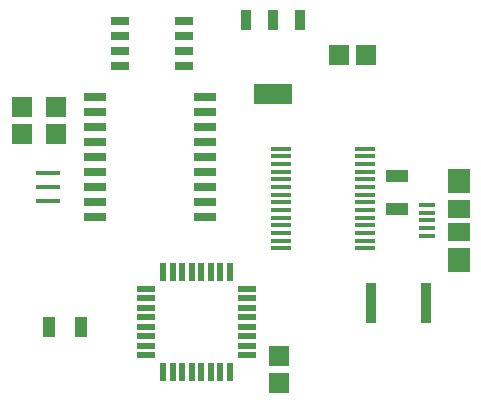
<source format=gtp>
G04*
G04 #@! TF.GenerationSoftware,Altium Limited,Altium Designer,18.1.7 (191)*
G04*
G04 Layer_Color=8421504*
%FSLAX43Y43*%
%MOMM*%
G71*
G01*
G75*
%ADD14R,2.000X0.400*%
%ADD15R,1.870X1.030*%
%ADD16R,1.700X1.750*%
%ADD17R,0.850X3.430*%
%ADD18R,1.900X1.500*%
%ADD19R,1.350X0.400*%
%ADD20R,1.900X2.100*%
%ADD21R,0.500X1.500*%
%ADD22R,1.500X0.500*%
%ADD23R,3.200X1.750*%
%ADD24R,0.950X1.750*%
%ADD25R,1.800X0.400*%
%ADD26R,1.525X0.650*%
%ADD27R,1.850X0.650*%
%ADD28R,1.100X1.700*%
%ADD29R,1.750X1.700*%
D14*
X129025Y68750D02*
D03*
Y69950D02*
D03*
Y71150D02*
D03*
D15*
X158575Y68103D02*
D03*
Y70943D02*
D03*
D16*
X155950Y81125D02*
D03*
X153650D02*
D03*
D17*
X156375Y60175D02*
D03*
X160975D02*
D03*
D18*
X163750Y68150D02*
D03*
Y66150D02*
D03*
D19*
X161050Y65850D02*
D03*
Y68450D02*
D03*
Y66500D02*
D03*
Y67800D02*
D03*
Y67150D02*
D03*
D20*
X163750Y70500D02*
D03*
Y63800D02*
D03*
D21*
X138769Y62787D02*
D03*
X139569D02*
D03*
X140369D02*
D03*
X141169D02*
D03*
X141969D02*
D03*
X142769D02*
D03*
X143569D02*
D03*
X144369D02*
D03*
Y54287D02*
D03*
X143569D02*
D03*
X142769D02*
D03*
X141969D02*
D03*
X141169D02*
D03*
X140369D02*
D03*
X139569D02*
D03*
X138769D02*
D03*
D22*
X145819Y61337D02*
D03*
Y60537D02*
D03*
Y59737D02*
D03*
Y58937D02*
D03*
Y58137D02*
D03*
Y57337D02*
D03*
Y56537D02*
D03*
Y55737D02*
D03*
X137319D02*
D03*
Y56537D02*
D03*
Y57337D02*
D03*
Y58137D02*
D03*
Y58937D02*
D03*
Y59737D02*
D03*
Y60537D02*
D03*
Y61337D02*
D03*
D23*
X148050Y77850D02*
D03*
D24*
X145750Y84150D02*
D03*
X148050D02*
D03*
X150350D02*
D03*
D25*
X155800Y73225D02*
D03*
Y72575D02*
D03*
Y71925D02*
D03*
Y71275D02*
D03*
Y70625D02*
D03*
Y69975D02*
D03*
Y69325D02*
D03*
Y68675D02*
D03*
Y68025D02*
D03*
Y67375D02*
D03*
Y66725D02*
D03*
Y66075D02*
D03*
Y65425D02*
D03*
Y64775D02*
D03*
X148700D02*
D03*
Y65425D02*
D03*
Y66075D02*
D03*
Y66725D02*
D03*
Y67375D02*
D03*
Y68025D02*
D03*
Y68675D02*
D03*
Y69325D02*
D03*
Y69975D02*
D03*
Y70625D02*
D03*
Y71275D02*
D03*
Y71925D02*
D03*
Y72575D02*
D03*
Y73225D02*
D03*
D26*
X140499Y84005D02*
D03*
Y82735D02*
D03*
Y81465D02*
D03*
Y80195D02*
D03*
X135075D02*
D03*
Y81465D02*
D03*
Y82735D02*
D03*
Y84005D02*
D03*
D27*
X142300Y77605D02*
D03*
Y76335D02*
D03*
Y75065D02*
D03*
Y73795D02*
D03*
Y72525D02*
D03*
Y71255D02*
D03*
Y69985D02*
D03*
Y68715D02*
D03*
Y67445D02*
D03*
X132950D02*
D03*
Y68715D02*
D03*
Y69985D02*
D03*
Y71255D02*
D03*
Y72525D02*
D03*
Y73795D02*
D03*
Y75065D02*
D03*
Y76335D02*
D03*
Y77605D02*
D03*
D28*
X129050Y58137D02*
D03*
X131750D02*
D03*
D29*
X148525Y53350D02*
D03*
Y55650D02*
D03*
X129698Y74475D02*
D03*
Y76775D02*
D03*
X126773Y74450D02*
D03*
Y76750D02*
D03*
M02*

</source>
